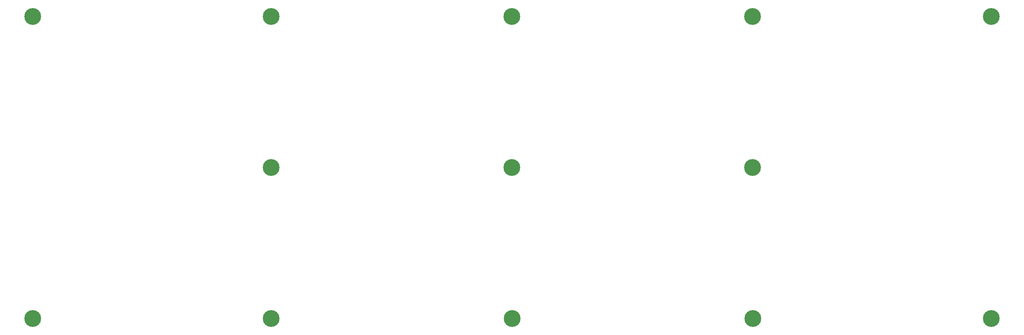
<source format=gbr>
G04 #@! TF.GenerationSoftware,KiCad,Pcbnew,(5.0.2)-1*
G04 #@! TF.CreationDate,2019-05-02T00:05:32-04:00*
G04 #@! TF.ProjectId,switch_plate,73776974-6368-45f7-906c-6174652e6b69,rev?*
G04 #@! TF.SameCoordinates,Original*
G04 #@! TF.FileFunction,Copper,L2,Bot*
G04 #@! TF.FilePolarity,Positive*
%FSLAX46Y46*%
G04 Gerber Fmt 4.6, Leading zero omitted, Abs format (unit mm)*
G04 Created by KiCad (PCBNEW (5.0.2)-1) date 5/2/2019 12:05:32 AM*
%MOMM*%
%LPD*%
G01*
G04 APERTURE LIST*
G04 #@! TA.AperFunction,ComponentPad*
%ADD10C,4.400000*%
G04 #@! TD*
G04 APERTURE END LIST*
D10*
G04 #@! TO.P,REF\002A\002A,1*
G04 #@! TO.N,N/C*
X207772000Y-19126200D03*
G04 #@! TD*
G04 #@! TO.P,REF\002A\002A,1*
G04 #@! TO.N,N/C*
X144881600Y-58668920D03*
G04 #@! TD*
G04 #@! TO.P,REF\002A\002A,1*
G04 #@! TO.N,N/C*
X81940400Y-58694320D03*
G04 #@! TD*
G04 #@! TO.P,REF\002A\002A,1*
G04 #@! TO.N,N/C*
X207772000Y-58668920D03*
G04 #@! TD*
G04 #@! TO.P,REF\002A\002A,1*
G04 #@! TO.N,N/C*
X81991200Y-98221800D03*
G04 #@! TD*
G04 #@! TO.P,REF\002A\002A,1*
G04 #@! TO.N,N/C*
X207822800Y-98196400D03*
G04 #@! TD*
G04 #@! TO.P,REF\002A\002A,1*
G04 #@! TO.N,N/C*
X19659600Y-98196400D03*
G04 #@! TD*
G04 #@! TO.P,REF\002A\002A,1*
G04 #@! TO.N,N/C*
X270179800Y-98196400D03*
G04 #@! TD*
G04 #@! TO.P,REF\002A\002A,1*
G04 #@! TO.N,N/C*
X81940400Y-19151600D03*
G04 #@! TD*
G04 #@! TO.P,REF\002A\002A,1*
G04 #@! TO.N,N/C*
X144881600Y-19126200D03*
G04 #@! TD*
G04 #@! TO.P,REF\002A\002A,1*
G04 #@! TO.N,N/C*
X19659600Y-19100800D03*
G04 #@! TD*
G04 #@! TO.P,REF\002A\002A,1*
G04 #@! TO.N,N/C*
X270179800Y-19126200D03*
G04 #@! TD*
G04 #@! TO.P,H1,1*
G04 #@! TO.N,N/C*
X144932400Y-98196400D03*
G04 #@! TD*
M02*

</source>
